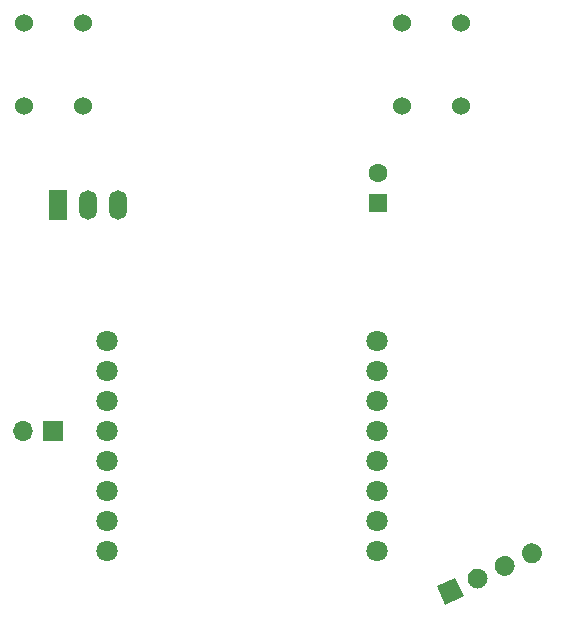
<source format=gbs>
%TF.GenerationSoftware,KiCad,Pcbnew,(5.1.9-0-10_14)*%
%TF.CreationDate,2024-01-29T22:25:58+01:00*%
%TF.ProjectId,masthead,6d617374-6865-4616-942e-6b696361645f,rev?*%
%TF.SameCoordinates,Original*%
%TF.FileFunction,Soldermask,Bot*%
%TF.FilePolarity,Negative*%
%FSLAX46Y46*%
G04 Gerber Fmt 4.6, Leading zero omitted, Abs format (unit mm)*
G04 Created by KiCad (PCBNEW (5.1.9-0-10_14)) date 2024-01-29 22:25:58*
%MOMM*%
%LPD*%
G01*
G04 APERTURE LIST*
%ADD10O,1.700000X1.700000*%
%ADD11R,1.700000X1.700000*%
%ADD12C,0.100000*%
%ADD13C,1.524000*%
%ADD14O,1.500000X2.500000*%
%ADD15R,1.500000X2.500000*%
%ADD16C,1.600000*%
%ADD17R,1.600000X1.600000*%
%ADD18C,1.800000*%
G04 APERTURE END LIST*
D10*
%TO.C,SW1*%
X-18540000Y-31000000D03*
D11*
X-16000000Y-31000000D03*
%TD*%
%TO.C,RH1*%
G36*
G01*
X24865291Y-42150011D02*
X24865291Y-42150011D01*
G75*
G02*
X23735703Y-41738875I-359226J770362D01*
G01*
X23735703Y-41738875D01*
G75*
G02*
X24146839Y-40609287I770362J359226D01*
G01*
X24146839Y-40609287D01*
G75*
G02*
X25276427Y-41020423I359226J-770362D01*
G01*
X25276427Y-41020423D01*
G75*
G02*
X24865291Y-42150011I-770362J-359226D01*
G01*
G37*
G36*
G01*
X22563270Y-43223461D02*
X22563270Y-43223461D01*
G75*
G02*
X21433682Y-42812325I-359226J770362D01*
G01*
X21433682Y-42812325D01*
G75*
G02*
X21844818Y-41682737I770362J359226D01*
G01*
X21844818Y-41682737D01*
G75*
G02*
X22974406Y-42093873I359226J-770362D01*
G01*
X22974406Y-42093873D01*
G75*
G02*
X22563270Y-43223461I-770362J-359226D01*
G01*
G37*
G36*
G01*
X20261248Y-44296912D02*
X20261248Y-44296912D01*
G75*
G02*
X19131660Y-43885776I-359226J770362D01*
G01*
X19131660Y-43885776D01*
G75*
G02*
X19542796Y-42756188I770362J359226D01*
G01*
X19542796Y-42756188D01*
G75*
G02*
X20672384Y-43167324I359226J-770362D01*
G01*
X20672384Y-43167324D01*
G75*
G02*
X20261248Y-44296912I-770362J-359226D01*
G01*
G37*
D12*
G36*
X18729587Y-45011136D02*
G01*
X17188864Y-45729587D01*
X16470413Y-44188864D01*
X18011136Y-43470413D01*
X18729587Y-45011136D01*
G37*
%TD*%
D13*
%TO.C,J2*%
X18500000Y3500000D03*
X13500000Y3500000D03*
X18500000Y-3500000D03*
X13500000Y-3500000D03*
%TD*%
%TO.C,J1*%
X-13500000Y3500000D03*
X-18500000Y3500000D03*
X-13500000Y-3500000D03*
X-18500000Y-3500000D03*
%TD*%
D14*
%TO.C,U1*%
X-10520000Y-11900000D03*
X-13060000Y-11900000D03*
D15*
X-15600000Y-11900000D03*
%TD*%
D16*
%TO.C,C1*%
X11500000Y-9200000D03*
D17*
X11500000Y-11700000D03*
%TD*%
D18*
%TO.C,U2*%
X11430000Y-41160000D03*
X11430000Y-38620000D03*
X11430000Y-36080000D03*
X11430000Y-33540000D03*
X11430000Y-31000000D03*
X11430000Y-28460000D03*
X11430000Y-25920000D03*
X11430000Y-23380000D03*
X-11430000Y-23380000D03*
X-11430000Y-25920000D03*
X-11430000Y-28460000D03*
X-11430000Y-31000000D03*
X-11430000Y-33540000D03*
X-11430000Y-36080000D03*
X-11430000Y-38620000D03*
X-11430000Y-41160000D03*
%TD*%
M02*

</source>
